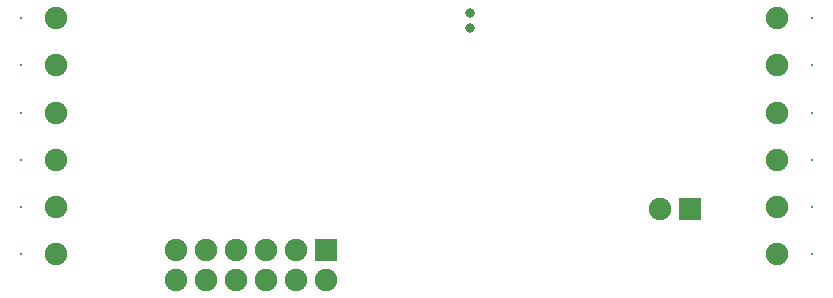
<source format=gbs>
G04*
G04 #@! TF.GenerationSoftware,Altium Limited,Altium Designer,22.3.1 (43)*
G04*
G04 Layer_Color=16711935*
%FSLAX44Y44*%
%MOMM*%
G71*
G04*
G04 #@! TF.SameCoordinates,C52AF181-6C1B-4B2A-911A-4B769AFB4D18*
G04*
G04*
G04 #@! TF.FilePolarity,Negative*
G04*
G01*
G75*
%ADD50C,1.9032*%
%ADD51R,1.9032X1.9032*%
%ADD52R,1.9032X1.9032*%
%ADD53C,0.2032*%
%ADD54C,0.8032*%
D50*
X491490Y698500D02*
D03*
X516890D02*
D03*
X542290D02*
D03*
X567690D02*
D03*
X593090D02*
D03*
X491490Y723900D02*
D03*
X516890D02*
D03*
X542290D02*
D03*
X567690D02*
D03*
X593090D02*
D03*
X618490Y698500D02*
D03*
X901310Y758051D02*
D03*
X390000Y720000D02*
D03*
Y800000D02*
D03*
Y920000D02*
D03*
Y760000D02*
D03*
Y880000D02*
D03*
Y840000D02*
D03*
X1000000Y720000D02*
D03*
Y760000D02*
D03*
Y800000D02*
D03*
Y840000D02*
D03*
Y880000D02*
D03*
Y920000D02*
D03*
D51*
X618490Y723900D02*
D03*
D52*
X926710Y758051D02*
D03*
D53*
X1030000Y920000D02*
D03*
Y880000D02*
D03*
Y840000D02*
D03*
Y800000D02*
D03*
Y760000D02*
D03*
Y720000D02*
D03*
X360000D02*
D03*
Y760000D02*
D03*
Y800000D02*
D03*
Y840000D02*
D03*
Y880000D02*
D03*
Y920000D02*
D03*
D54*
X740410Y911860D02*
D03*
Y924560D02*
D03*
M02*

</source>
